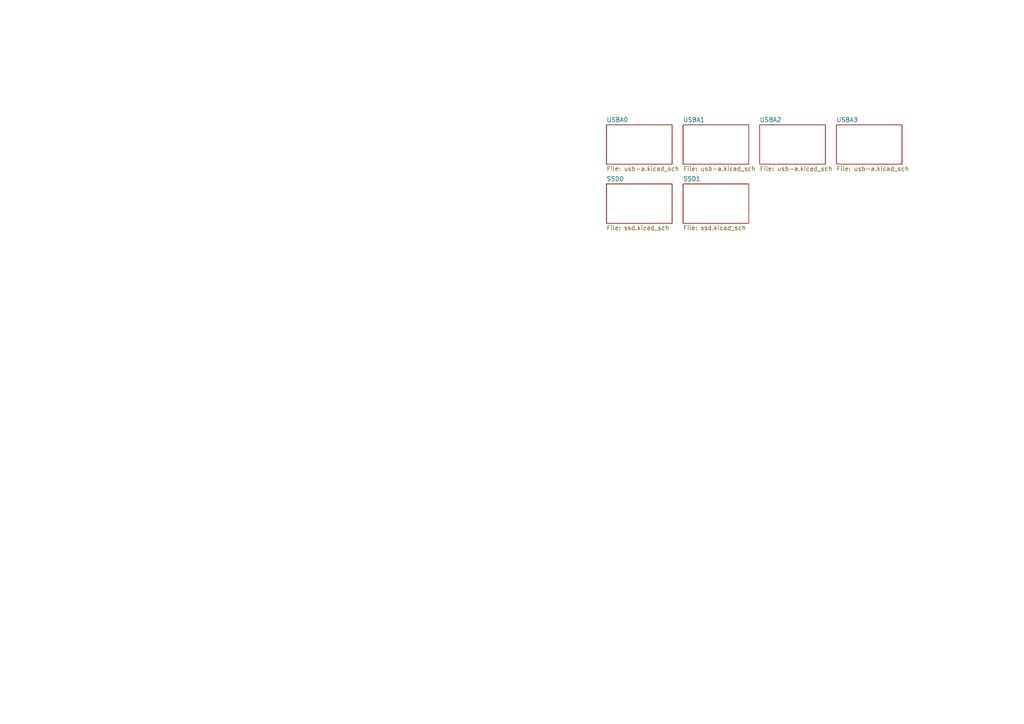
<source format=kicad_sch>
(kicad_sch (version 20230121) (generator eeschema)
  (paper "A4")
  (lib_symbols)
  (sheet (at 198.12 53.34) (size 19.05 11.43) (stroke (width 0.1524))
    (property "Sheetname" "SSD1" (at 198.12 52.6284 0) (effects (justify left bottom)))
    (property "Sheetfile" "ssd.kicad_sch" (at 198.12 65.3546 0) (effects (justify left top)))
  )
  (sheet (at 175.895 36.195) (size 19.05 11.43) (stroke (width 0.1524))
    (property "Sheetname" "USBA0" (at 175.895 35.4834 0) (effects (justify left bottom)))
    (property "Sheetfile" "usb-a.kicad_sch" (at 175.895 48.2096 0) (effects (justify left top)))
  )
  (sheet (at 220.345 36.195) (size 19.05 11.43) (stroke (width 0.1524))
    (property "Sheetname" "USBA2" (at 220.345 35.4834 0) (effects (justify left bottom)))
    (property "Sheetfile" "usb-a.kicad_sch" (at 220.345 48.2096 0) (effects (justify left top)))
  )
  (sheet (at 198.12 36.195) (size 19.05 11.43) (stroke (width 0.1524))
    (property "Sheetname" "USBA1" (at 198.12 35.4834 0) (effects (justify left bottom)))
    (property "Sheetfile" "usb-a.kicad_sch" (at 198.12 48.2096 0) (effects (justify left top)))
  )
  (sheet (at 175.895 53.34) (size 19.05 11.43) (stroke (width 0.1524))
    (property "Sheetname" "SSD0" (at 175.895 52.6284 0) (effects (justify left bottom)))
    (property "Sheetfile" "ssd.kicad_sch" (at 175.895 65.3546 0) (effects (justify left top)))
  )
  (sheet (at 242.57 36.195) (size 19.05 11.43) (stroke (width 0.1524))
    (property "Sheetname" "USBA3" (at 242.57 35.4834 0) (effects (justify left bottom)))
    (property "Sheetfile" "usb-a.kicad_sch" (at 242.57 48.2096 0) (effects (justify left top)))
  )
)
</source>
